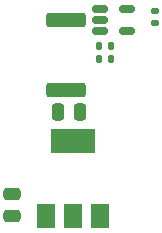
<source format=gbr>
%TF.GenerationSoftware,KiCad,Pcbnew,6.0.11-2627ca5db0~126~ubuntu22.04.1*%
%TF.CreationDate,2023-06-16T17:25:29+02:00*%
%TF.ProjectId,asac-esc-rev-a,61736163-2d65-4736-932d-7265762d612e,rev?*%
%TF.SameCoordinates,Original*%
%TF.FileFunction,Paste,Bot*%
%TF.FilePolarity,Positive*%
%FSLAX46Y46*%
G04 Gerber Fmt 4.6, Leading zero omitted, Abs format (unit mm)*
G04 Created by KiCad (PCBNEW 6.0.11-2627ca5db0~126~ubuntu22.04.1) date 2023-06-16 17:25:29*
%MOMM*%
%LPD*%
G01*
G04 APERTURE LIST*
G04 Aperture macros list*
%AMRoundRect*
0 Rectangle with rounded corners*
0 $1 Rounding radius*
0 $2 $3 $4 $5 $6 $7 $8 $9 X,Y pos of 4 corners*
0 Add a 4 corners polygon primitive as box body*
4,1,4,$2,$3,$4,$5,$6,$7,$8,$9,$2,$3,0*
0 Add four circle primitives for the rounded corners*
1,1,$1+$1,$2,$3*
1,1,$1+$1,$4,$5*
1,1,$1+$1,$6,$7*
1,1,$1+$1,$8,$9*
0 Add four rect primitives between the rounded corners*
20,1,$1+$1,$2,$3,$4,$5,0*
20,1,$1+$1,$4,$5,$6,$7,0*
20,1,$1+$1,$6,$7,$8,$9,0*
20,1,$1+$1,$8,$9,$2,$3,0*%
G04 Aperture macros list end*
%ADD10R,1.500000X2.000000*%
%ADD11R,3.800000X2.000000*%
%ADD12RoundRect,0.250000X0.250000X0.475000X-0.250000X0.475000X-0.250000X-0.475000X0.250000X-0.475000X0*%
%ADD13RoundRect,0.140000X0.170000X-0.140000X0.170000X0.140000X-0.170000X0.140000X-0.170000X-0.140000X0*%
%ADD14RoundRect,0.135000X-0.135000X-0.185000X0.135000X-0.185000X0.135000X0.185000X-0.135000X0.185000X0*%
%ADD15RoundRect,0.150000X-0.512500X-0.150000X0.512500X-0.150000X0.512500X0.150000X-0.512500X0.150000X0*%
%ADD16RoundRect,0.250000X-1.425000X0.362500X-1.425000X-0.362500X1.425000X-0.362500X1.425000X0.362500X0*%
%ADD17RoundRect,0.250000X0.475000X-0.250000X0.475000X0.250000X-0.475000X0.250000X-0.475000X-0.250000X0*%
%ADD18RoundRect,0.140000X0.140000X0.170000X-0.140000X0.170000X-0.140000X-0.170000X0.140000X-0.170000X0*%
G04 APERTURE END LIST*
D10*
%TO.C,U1*%
X103375000Y-93350000D03*
D11*
X105675000Y-87050000D03*
D10*
X105675000Y-93350000D03*
X107975000Y-93350000D03*
%TD*%
D12*
%TO.C,C3*%
X104375000Y-84600000D03*
X106275000Y-84600000D03*
%TD*%
D13*
%TO.C,C10*%
X112625000Y-77005000D03*
X112625000Y-76045000D03*
%TD*%
D14*
%TO.C,R6*%
X107890000Y-79000000D03*
X108910000Y-79000000D03*
%TD*%
D15*
%TO.C,U5*%
X107987500Y-77725000D03*
X107987500Y-76775000D03*
X107987500Y-75825000D03*
X110262500Y-75825000D03*
X110262500Y-77725000D03*
%TD*%
D16*
%TO.C,R5*%
X105125000Y-76762500D03*
X105125000Y-82687500D03*
%TD*%
D17*
%TO.C,C1*%
X100550000Y-91500000D03*
X100550000Y-93400000D03*
%TD*%
D18*
%TO.C,C11*%
X108880000Y-80100000D03*
X107920000Y-80100000D03*
%TD*%
M02*

</source>
